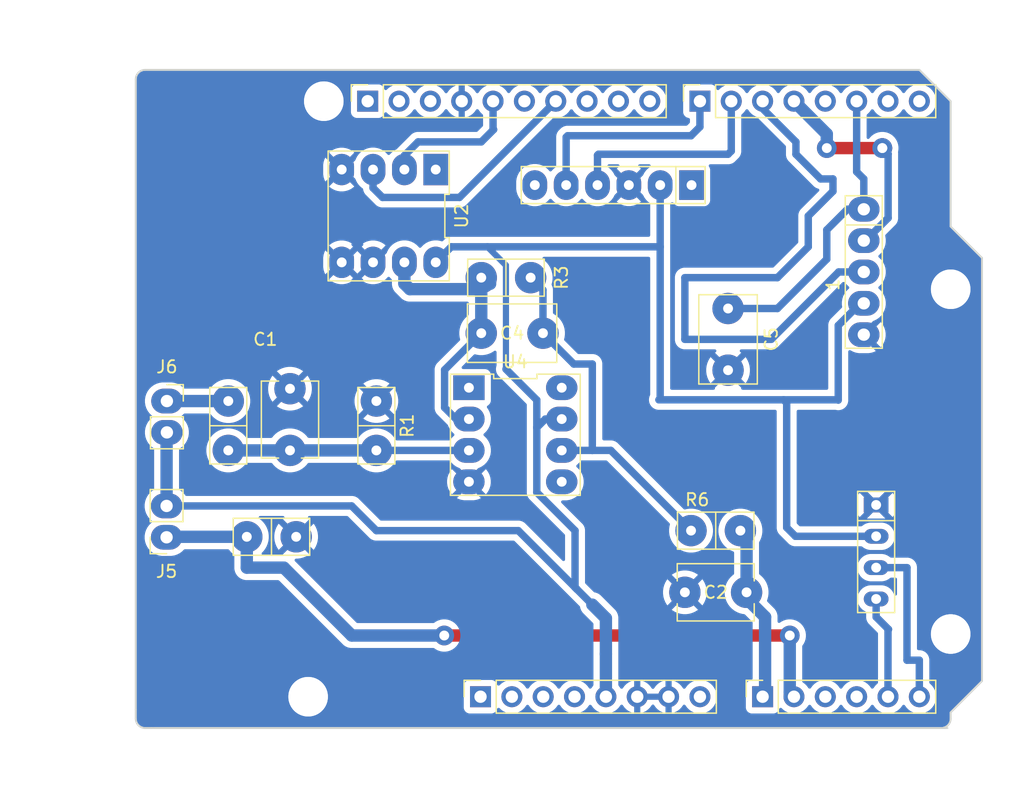
<source format=kicad_pcb>
(kicad_pcb (version 20241229) (generator "pcbnew") (generator_version "9.0")
  (title_block (date "mar. 31 mars 2015"))
  (layers (0 "F.Cu" signal) (2 "B.Cu" signal) (13 "F.Paste" user) (15 "B.Paste" user) (5 "F.SilkS" user "F.Silkscreen") (7 "B.SilkS" user "B.Silkscreen") (1 "F.Mask" user) (3 "B.Mask" user) (25 "Edge.Cuts" user))
  (net 0 "")
  (net 2 "/IOREF")
  (net 3 "AmpOut")
  (net 4 "/A2")
  (net 5 "/A3")
  (net 6 "/12")
  (net 7 "/AREF")
  (net 8 "/8")
  (net 9 "/*9")
  (net 10 "DT")
  (net 11 "CLK")
  (net 12 "SW")
  (net 13 "/TX{slash}1")
  (net 14 "/*3")
  (net 15 "/RX{slash}0")
  (net 16 "+3V3")
  (net 17 "VCC")
  (net 18 "/~{RESET}")
  (net 19 "Net-(C4-Pad2)")
  (net 20 "5V")
  (net 21 "Net-(U4-+)")
  (net 22 "R2")
  (net 23 "SCL")
  (net 24 "SDA")
  (net 25 "A1")
  (net 26 "SI")
  (net 27 "SCK")
  (net 28 "CS")
  (net 29 "Rx")
  (net 30 "Tx")
  (net 31 "Net-(J6-Pin_1)")
  (net 36 "GND")
  (footprint "Connector_PinSocket_2.54mm:PinSocket_1x08_P2.54mm_Vertical" (layer "F.Cu") (at 127.94 97.46 90)
    (property "Reference" "J1" (hide yes))
    (property "Value" "Power")
    (fp_line (start 1.33 -1.33) (end 1.33 0) (stroke (width 0.12)) (layer "F.SilkS"))
    (fp_line (start 0 -1.33) (end 1.33 -1.33) (stroke (width 0.12)) (layer "F.SilkS"))
    (fp_line (start 1.33 1.27) (end 1.33 19.11) (stroke (width 0.12)) (layer "F.SilkS"))
    (fp_line (start -1.33 1.27) (end 1.33 1.27) (stroke (width 0.12)) (layer "F.SilkS"))
    (fp_line (start -1.33 1.27) (end -1.33 19.11) (stroke (width 0.12)) (layer "F.SilkS"))
    (fp_line (start -1.33 19.11) (end 1.33 19.11) (stroke (width 0.12)) (layer "F.SilkS"))
    (pad "1" thru_hole rect (at 0 0 90) (size 1.7 1.7) (drill 1) (layers "*.Cu" "*.Mask"))
    (pad "2" thru_hole oval (at 0 2.54 90) (size 1.7 1.7) (drill 1) (layers "*.Cu" "*.Mask") (net 2 "/IOREF"))
    (pad "3" thru_hole oval (at 0 5.08 90) (size 1.7 1.7) (drill 1) (layers "*.Cu" "*.Mask") (net 18 "/~{RESET}"))
    (pad "4" thru_hole oval (at 0 7.62 90) (size 1.7 1.7) (drill 1) (layers "*.Cu" "*.Mask") (net 16 "+3V3"))
    (pad "5" thru_hole oval (at 0 10.16 90) (size 1.7 1.7) (drill 1) (layers "*.Cu" "*.Mask") (net 20 "5V"))
    (pad "6" thru_hole oval (at 0 12.7 90) (size 1.7 1.7) (drill 1) (layers "*.Cu" "*.Mask") (net 36 "GND"))
    (pad "7" thru_hole oval (at 0 15.24 90) (size 1.7 1.7) (drill 1) (layers "*.Cu" "*.Mask") (net 36 "GND"))
    (pad "8" thru_hole oval (at 0 17.78 90) (size 1.7 1.7) (drill 1) (layers "*.Cu" "*.Mask") (net 17 "VCC"))
  )
  (footprint "Connector_PinSocket_2.54mm:PinSocket_1x06_P2.54mm_Vertical" (layer "F.Cu") (at 150.8 97.46 90)
    (property "Reference" "J2" (hide yes))
    (property "Value" "Analog")
    (fp_line (start 1.33 -1.33) (end 1.33 0) (stroke (width 0.12)) (layer "F.SilkS"))
    (fp_line (start 0 -1.33) (end 1.33 -1.33) (stroke (width 0.12)) (layer "F.SilkS"))
    (fp_line (start 1.33 1.27) (end 1.33 14.03) (stroke (width 0.12)) (layer "F.SilkS"))
    (fp_line (start -1.33 1.27) (end 1.33 1.27) (stroke (width 0.12)) (layer "F.SilkS"))
    (fp_line (start -1.33 1.27) (end -1.33 14.03) (stroke (width 0.12)) (layer "F.SilkS"))
    (fp_line (start -1.33 14.03) (end 1.33 14.03) (stroke (width 0.12)) (layer "F.SilkS"))
    (pad "1" thru_hole rect (at 0 0 90) (size 1.7 1.7) (drill 1) (layers "*.Cu" "*.Mask") (net 3 "AmpOut"))
    (pad "2" thru_hole oval (at 0 2.54 90) (size 1.7 1.7) (drill 1) (layers "*.Cu" "*.Mask") (net 25 "A1"))
    (pad "3" thru_hole oval (at 0 5.08 90) (size 1.7 1.7) (drill 1) (layers "*.Cu" "*.Mask") (net 4 "/A2"))
    (pad "4" thru_hole oval (at 0 7.62 90) (size 1.7 1.7) (drill 1) (layers "*.Cu" "*.Mask") (net 5 "/A3"))
    (pad "5" thru_hole oval (at 0 10.16 90) (size 1.7 1.7) (drill 1) (layers "*.Cu" "*.Mask") (net 24 "SDA"))
    (pad "6" thru_hole oval (at 0 12.7 90) (size 1.7 1.7) (drill 1) (layers "*.Cu" "*.Mask") (net 23 "SCL"))
  )
  (footprint "Connector_PinSocket_2.54mm:PinSocket_1x10_P2.54mm_Vertical" (layer "F.Cu") (at 118.796 49.2 90)
    (property "Reference" "J3" (hide yes))
    (property "Value" "Digital/PWM")
    (fp_line (start 1.33 -1.33) (end 1.33 0) (stroke (width 0.12)) (layer "F.SilkS"))
    (fp_line (start 0 -1.33) (end 1.33 -1.33) (stroke (width 0.12)) (layer "F.SilkS"))
    (fp_line (start 1.33 1.27) (end 1.33 24.19) (stroke (width 0.12)) (layer "F.SilkS"))
    (fp_line (start -1.33 1.27) (end 1.33 1.27) (stroke (width 0.12)) (layer "F.SilkS"))
    (fp_line (start -1.33 1.27) (end -1.33 24.19) (stroke (width 0.12)) (layer "F.SilkS"))
    (fp_line (start -1.33 24.19) (end 1.33 24.19) (stroke (width 0.12)) (layer "F.SilkS"))
    (pad "1" thru_hole rect (at 0 0 90) (size 1.7 1.7) (drill 1) (layers "*.Cu" "*.Mask") (net 23 "SCL"))
    (pad "2" thru_hole oval (at 0 2.54 90) (size 1.7 1.7) (drill 1) (layers "*.Cu" "*.Mask") (net 24 "SDA"))
    (pad "3" thru_hole oval (at 0 5.08 90) (size 1.7 1.7) (drill 1) (layers "*.Cu" "*.Mask") (net 7 "/AREF"))
    (pad "4" thru_hole oval (at 0 7.62 90) (size 1.7 1.7) (drill 1) (layers "*.Cu" "*.Mask") (net 36 "GND"))
    (pad "5" thru_hole oval (at 0 10.16 90) (size 1.7 1.7) (drill 1) (layers "*.Cu" "*.Mask") (net 27 "SCK"))
    (pad "6" thru_hole oval (at 0 12.7 90) (size 1.7 1.7) (drill 1) (layers "*.Cu" "*.Mask") (net 6 "/12"))
    (pad "7" thru_hole oval (at 0 15.24 90) (size 1.7 1.7) (drill 1) (layers "*.Cu" "*.Mask") (net 26 "SI"))
    (pad "8" thru_hole oval (at 0 17.78 90) (size 1.7 1.7) (drill 1) (layers "*.Cu" "*.Mask") (net 28 "CS"))
    (pad "9" thru_hole oval (at 0 20.32 90) (size 1.7 1.7) (drill 1) (layers "*.Cu" "*.Mask") (net 9 "/*9"))
    (pad "10" thru_hole oval (at 0 22.86 90) (size 1.7 1.7) (drill 1) (layers "*.Cu" "*.Mask") (net 8 "/8"))
  )
  (footprint "Connector_PinSocket_2.54mm:PinSocket_1x08_P2.54mm_Vertical" (layer "F.Cu") (at 145.72 49.2 90)
    (property "Reference" "J4" (hide yes))
    (property "Value" "Digital/PWM")
    (fp_line (start 1.33 -1.33) (end 1.33 0) (stroke (width 0.12)) (layer "F.SilkS"))
    (fp_line (start 0 -1.33) (end 1.33 -1.33) (stroke (width 0.12)) (layer "F.SilkS"))
    (fp_line (start 1.33 1.27) (end 1.33 19.11) (stroke (width 0.12)) (layer "F.SilkS"))
    (fp_line (start -1.33 1.27) (end 1.33 1.27) (stroke (width 0.12)) (layer "F.SilkS"))
    (fp_line (start -1.33 1.27) (end -1.33 19.11) (stroke (width 0.12)) (layer "F.SilkS"))
    (fp_line (start -1.33 19.11) (end 1.33 19.11) (stroke (width 0.12)) (layer "F.SilkS"))
    (pad "1" thru_hole rect (at 0 0 90) (size 1.7 1.7) (drill 1) (layers "*.Cu" "*.Mask") (net 29 "Rx"))
    (pad "2" thru_hole oval (at 0 2.54 90) (size 1.7 1.7) (drill 1) (layers "*.Cu" "*.Mask") (net 30 "Tx"))
    (pad "3" thru_hole oval (at 0 5.08 90) (size 1.7 1.7) (drill 1) (layers "*.Cu" "*.Mask") (net 12 "SW"))
    (pad "4" thru_hole oval (at 0 7.62 90) (size 1.7 1.7) (drill 1) (layers "*.Cu" "*.Mask") (net 10 "DT"))
    (pad "5" thru_hole oval (at 0 10.16 90) (size 1.7 1.7) (drill 1) (layers "*.Cu" "*.Mask") (net 14 "/*3"))
    (pad "6" thru_hole oval (at 0 12.7 90) (size 1.7 1.7) (drill 1) (layers "*.Cu" "*.Mask") (net 11 "CLK"))
    (pad "7" thru_hole oval (at 0 15.24 90) (size 1.7 1.7) (drill 1) (layers "*.Cu" "*.Mask") (net 13 "/TX{slash}1"))
    (pad "8" thru_hole oval (at 0 17.78 90) (size 1.7 1.7) (drill 1) (layers "*.Cu" "*.Mask") (net 15 "/RX{slash}0"))
  )
  (footprint "Une_Librairie_d_empreinte:Resistance_Empreinte" (layer "F.Cu") (at 111 84.5)
    (property "Reference" "R7" (hide yes))
    (property "Value" "25K")
    (fp_line (start -3.1 -1.5) (end 3.1 -1.5) (stroke (width 0.12)) (layer "F.SilkS"))
    (fp_line (start -3.1 1.5) (end -3.1 -1.5) (stroke (width 0.12)) (layer "F.SilkS"))
    (fp_line (start 0 -1.5) (end 0 1.5) (stroke (width 0.12)) (layer "F.SilkS"))
    (fp_line (start 3.1 -1.5) (end 3.1 1.5) (stroke (width 0.12)) (layer "F.SilkS"))
    (fp_line (start 3.1 1.5) (end -3.1 1.5) (stroke (width 0.12)) (layer "F.SilkS"))
    (pad "1" thru_hole circle (at -2 0) (size 2.54 2.54) (drill 0.8) (layers "*.Cu" "*.Mask") (net 25 "A1"))
    (pad "2" thru_hole circle (at 2 0) (size 2.54 2.54) (drill 0.8) (layers "*.Cu" "*.Mask") (net 36 "GND"))
  )
  (footprint "Une_Librairie_d_empreinte:C_Disc_D6.0mm_W4.4mm_P5.00mm_Capa_100n_Empreinte" (layer "F.Cu") (at 149.5 89 180)
    (property "Reference" "C2" (at 2.5 0 0) (layer "F.SilkS"))
    (property "Value" "100n")
    (fp_line (start 5.62 0.925) (end 5.62 2.321) (stroke (width 0.12)) (layer "F.SilkS"))
    (fp_line (start 5.62 -2.321) (end 5.62 -0.925) (stroke (width 0.12)) (layer "F.SilkS"))
    (fp_line (start -0.62 2.321) (end 5.62 2.321) (stroke (width 0.12)) (layer "F.SilkS"))
    (fp_line (start -0.62 0.925) (end -0.62 2.321) (stroke (width 0.12)) (layer "F.SilkS"))
    (fp_line (start -0.62 -2.321) (end 5.62 -2.321) (stroke (width 0.12)) (layer "F.SilkS"))
    (fp_line (start -0.62 -2.321) (end -0.62 -0.925) (stroke (width 0.12)) (layer "F.SilkS"))
    (pad "1" thru_hole circle (at 0 0 180) (size 2.54 2.54) (drill 0.8) (layers "*.Cu" "*.Mask") (net 3 "AmpOut"))
    (pad "2" thru_hole circle (at 5 0 180) (size 2.54 2.54) (drill 0.8) (layers "*.Cu" "*.Mask") (net 36 "GND"))
  )
  (footprint "Une_Librairie_d_empreinte:Oled_Empreinte" (layer "F.Cu") (at 160 85.73 -90)
    (property "Reference" "DS1" (hide yes))
    (property "Value" "OLED" (hide yes))
    (fp_line (start -4.91 1.5) (end -4.91 -1.5) (stroke (width 0.12)) (layer "F.SilkS"))
    (fp_line (start 4.91 1.5) (end -4.91 1.5) (stroke (width 0.12)) (layer "F.SilkS"))
    (fp_line (start -4.91 -1.5) (end 4.91 -1.5) (stroke (width 0.12)) (layer "F.SilkS"))
    (fp_line (start -2.54 -1.5) (end -2.54 1.5) (stroke (width 0.12)) (layer "F.SilkS"))
    (fp_line (start 4.91 -1.5) (end 4.91 1.5) (stroke (width 0.12)) (layer "F.SilkS"))
    (pad "1" thru_hole rect (at -3.81 0 270) (size 1.2 2) (drill 0.8) (layers "*.Cu" "*.Mask") (net 36 "GND"))
    (pad "2" thru_hole oval (at -1.27 0 270) (size 1.2 2) (drill 0.8) (layers "*.Cu" "*.Mask") (net 20 "5V"))
    (pad "3" thru_hole oval (at 1.27 0 270) (size 1.2 2) (drill 0.8) (layers "*.Cu" "*.Mask") (net 23 "SCL"))
    (pad "4" thru_hole oval (at 3.81 0 270) (size 1.2 2) (drill 0.8) (layers "*.Cu" "*.Mask") (net 24 "SDA"))
  )
  (footprint "Une_Librairie_d_empreinte:Blutooth_Empreinte" (layer "F.Cu") (at 138.69 56 180)
    (property "Reference" "U1" (hide yes))
    (property "Value" "HC05" (hide yes))
    (fp_line (start 7.45 1.5) (end -7.45 1.5) (stroke (width 0.12)) (layer "F.SilkS"))
    (fp_line (start 7.45 -1.5) (end 7.45 1.5) (stroke (width 0.12)) (layer "F.SilkS"))
    (fp_line (start -5.08 -1.5) (end -5.08 1.5) (stroke (width 0.12)) (layer "F.SilkS"))
    (fp_line (start -7.45 1.5) (end -7.45 -1.5) (stroke (width 0.12)) (layer "F.SilkS"))
    (fp_line (start -7.45 -1.5) (end 7.45 -1.5) (stroke (width 0.12)) (layer "F.SilkS"))
    (pad "1" thru_hole rect (at -6.35 0 180) (size 2 2.4) (drill 0.8) (layers "*.Cu" "*.Mask"))
    (pad "2" thru_hole oval (at -3.81 0 180) (size 2 2.4) (drill 0.8) (layers "*.Cu" "*.Mask") (net 20 "5V"))
    (pad "3" thru_hole oval (at -1.27 0 180) (size 2 2.4) (drill 0.8) (layers "*.Cu" "*.Mask") (net 36 "GND"))
    (pad "4" thru_hole oval (at 1.27 0 180) (size 2 2.4) (drill 0.8) (layers "*.Cu" "*.Mask") (net 30 "Tx"))
    (pad "5" thru_hole oval (at 3.81 0 180) (size 2 2.4) (drill 0.8) (layers "*.Cu" "*.Mask") (net 29 "Rx"))
    (pad "6" thru_hole oval (at 6.35 0 180) (size 2 2.4) (drill 0.8) (layers "*.Cu" "*.Mask"))
  )
  (footprint "Une_Librairie_d_empreinte:Resistance_Empreinte" (layer "F.Cu") (at 147 84)
    (property "Reference" "R6" (at -1.5 -2.5 0) (layer "F.SilkS"))
    (property "Value" "1K")
    (fp_line (start -3.1 -1.5) (end 3.1 -1.5) (stroke (width 0.12)) (layer "F.SilkS"))
    (fp_line (start -3.1 1.5) (end -3.1 -1.5) (stroke (width 0.12)) (layer "F.SilkS"))
    (fp_line (start 0 -1.5) (end 0 1.5) (stroke (width 0.12)) (layer "F.SilkS"))
    (fp_line (start 3.1 -1.5) (end 3.1 1.5) (stroke (width 0.12)) (layer "F.SilkS"))
    (fp_line (start 3.1 1.5) (end -3.1 1.5) (stroke (width 0.12)) (layer "F.SilkS"))
    (pad "1" thru_hole circle (at -2 0) (size 2.54 2.54) (drill 0.8) (layers "*.Cu" "*.Mask") (net 19 "Net-(C4-Pad2)"))
    (pad "2" thru_hole circle (at 2 0) (size 2.54 2.54) (drill 0.8) (layers "*.Cu" "*.Mask") (net 3 "AmpOut"))
  )
  (footprint "Une_Librairie_d_empreinte:PinSocket_1x02_P2.54mm_Vertical_Modifié" (layer "F.Cu") (at 102.525 73.5)
    (property "Reference" "J6" (at 0 -2.77 0) (layer "F.SilkS"))
    (property "Value" "Conn_01x02")
    (fp_line (start -1.33 1.27) (end -1.33 3.87) (stroke (width 0.12)) (layer "F.SilkS"))
    (fp_line (start -1.33 1.27) (end 1.33 1.27) (stroke (width 0.12)) (layer "F.SilkS"))
    (fp_line (start -1.33 3.87) (end 1.33 3.87) (stroke (width 0.12)) (layer "F.SilkS"))
    (fp_line (start 0 -1.33) (end 1.33 -1.33) (stroke (width 0.12)) (layer "F.SilkS"))
    (fp_line (start 1.33 -1.33) (end 1.33 0) (stroke (width 0.12)) (layer "F.SilkS"))
    (fp_line (start 1.33 1.27) (end 1.33 3.87) (stroke (width 0.12)) (layer "F.SilkS"))
    (pad "1" thru_hole oval (at 0 0) (size 2.54 2) (drill 1) (layers "*.Cu" "*.Mask") (net 31 "Net-(J6-Pin_1)"))
    (pad "2" thru_hole oval (at 0 2.54) (size 2.54 2) (drill 1) (layers "*.Cu" "*.Mask") (net 20 "5V"))
  )
  (footprint "Une_Librairie_d_empreinte:Potentiometre MCP41050" (layer "F.Cu") (at 130.76 76.23 -90)
    (property "Reference" "U4" (at -5.91 0 0) (layer "F.SilkS"))
    (property "Value" "LTC1050")
    (fp_line (start -4.91 5.26) (end 4.91 5.26) (stroke (width 0.12)) (layer "F.SilkS"))
    (fp_line (start 4.91 5.26) (end 4.91 -5.26) (stroke (width 0.12)) (layer "F.SilkS"))
    (fp_line (start -4.91 1.753333) (end -4.91 5.26) (stroke (width 0.12)) (layer "F.SilkS"))
    (fp_line (start -4.55 1.753333) (end -4.91 1.753333) (stroke (width 0.12)) (layer "F.SilkS"))
    (fp_line (start -4.91 -1.753333) (end -4.55 -1.753333) (stroke (width 0.12)) (layer "F.SilkS"))
    (fp_line (start -4.55 -1.753333) (end -4.55 1.753333) (stroke (width 0.12)) (layer "F.SilkS"))
    (fp_line (start -4.91 -5.26) (end -4.91 -1.753333) (stroke (width 0.12)) (layer "F.SilkS"))
    (fp_line (start 4.91 -5.26) (end -4.91 -5.26) (stroke (width 0.12)) (layer "F.SilkS"))
    (pad "1" thru_hole rect (at -3.81 3.76 270) (size 2 2.54) (drill 0.8) (layers "*.Cu" "*.Mask"))
    (pad "2" thru_hole oval (at -1.27 3.76 270) (size 2 2.54) (drill 0.8) (layers "*.Cu" "*.Mask") (net 22 "R2"))
    (pad "3" thru_hole oval (at 1.27 3.76 270) (size 2 2.54) (drill 0.8) (layers "*.Cu" "*.Mask") (net 21 "Net-(U4-+)"))
    (pad "4" thru_hole oval (at 3.81 3.76 270) (size 2 2.54) (drill 0.8) (layers "*.Cu" "*.Mask") (net 36 "GND"))
    (pad "5" thru_hole oval (at 3.81 -3.76 270) (size 2 2.54) (drill 0.8) (layers "*.Cu" "*.Mask"))
    (pad "6" thru_hole oval (at 1.27 -3.76 270) (size 2 2.54) (drill 0.8) (layers "*.Cu" "*.Mask") (net 19 "Net-(C4-Pad2)"))
    (pad "7" thru_hole oval (at -1.27 -3.76 270) (size 2 2.54) (drill 0.8) (layers "*.Cu" "*.Mask") (net 20 "5V"))
    (pad "8" thru_hole oval (at -3.81 -3.76 270) (size 2 2.54) (drill 0.8) (layers "*.Cu" "*.Mask"))
  )
  (footprint "Une_Librairie_d_empreinte:C_Rect_L7.0mm_W4.5mm_P5.00mm_Capa_1µ_Empreinte" (layer "F.Cu") (at 128 68)
    (property "Reference" "C4" (at 2.5 0 0) (layer "F.SilkS"))
    (property "Value" "1µ")
    (fp_line (start -1.12 -2.37) (end -1.12 2.37) (stroke (width 0.12)) (layer "F.SilkS"))
    (fp_line (start -1.12 -2.37) (end 6.12 -2.37) (stroke (width 0.12)) (layer "F.SilkS"))
    (fp_line (start -1.12 2.37) (end 6.12 2.37) (stroke (width 0.12)) (layer "F.SilkS"))
    (fp_line (start 6.12 -2.37) (end 6.12 2.37) (stroke (width 0.12)) (layer "F.SilkS"))
    (pad "1" thru_hole circle (at 0 0) (size 2.54 2.54) (drill 0.8) (layers "*.Cu" "*.Mask") (net 22 "R2"))
    (pad "2" thru_hole circle (at 5 0) (size 2.54 2.54) (drill 0.8) (layers "*.Cu" "*.Mask") (net 19 "Net-(C4-Pad2)"))
  )
  (footprint "Arduino_MountingHole:MountingHole_3.2mm" (layer "F.Cu") (at 115.24 49.2)
    (property "Reference" "MH1" (hide yes))
    (property "Value" "MountingHole_3.2mm" (hide yes))
    (pad "" np_thru_hole circle (at 0 0) (size 3.2 3.2) (drill 3.2) (layers "*.Cu" "*.Mask"))
  )
  (footprint "Une_Librairie_d_empreinte:Resistance_Empreinte" (layer "F.Cu") (at 107.5 75.5 -90)
    (property "Reference" "R5" (hide yes))
    (property "Value" "10K")
    (fp_line (start -3.1 1.5) (end -3.1 -1.5) (stroke (width 0.12)) (layer "F.SilkS"))
    (fp_line (start 3.1 1.5) (end -3.1 1.5) (stroke (width 0.12)) (layer "F.SilkS"))
    (fp_line (start -3.1 -1.5) (end 3.1 -1.5) (stroke (width 0.12)) (layer "F.SilkS"))
    (fp_line (start 0 -1.5) (end 0 1.5) (stroke (width 0.12)) (layer "F.SilkS"))
    (fp_line (start 3.1 -1.5) (end 3.1 1.5) (stroke (width 0.12)) (layer "F.SilkS"))
    (pad "1" thru_hole circle (at -2 0 270) (size 2.54 2.54) (drill 0.8) (layers "*.Cu" "*.Mask") (net 31 "Net-(J6-Pin_1)"))
    (pad "2" thru_hole circle (at 2 0 270) (size 2.54 2.54) (drill 0.8) (layers "*.Cu" "*.Mask") (net 21 "Net-(U4-+)"))
  )
  (footprint "Une_Librairie_d_empreinte:Resistance_Empreinte" (layer "F.Cu") (at 130 63.5)
    (property "Reference" "R3" (at 4.5 0 270) (layer "F.SilkS"))
    (property "Value" "100k")
    (fp_line (start -3.1 -1.5) (end 3.1 -1.5) (stroke (width 0.12)) (layer "F.SilkS"))
    (fp_line (start -3.1 1.5) (end -3.1 -1.5) (stroke (width 0.12)) (layer "F.SilkS"))
    (fp_line (start 0 -1.5) (end 0 1.5) (stroke (width 0.12)) (layer "F.SilkS"))
    (fp_line (start 3.1 -1.5) (end 3.1 1.5) (stroke (width 0.12)) (layer "F.SilkS"))
    (fp_line (start 3.1 1.5) (end -3.1 1.5) (stroke (width 0.12)) (layer "F.SilkS"))
    (pad "1" thru_hole circle (at -2 0) (size 2.54 2.54) (drill 0.8) (layers "*.Cu" "*.Mask") (net 22 "R2"))
    (pad "2" thru_hole circle (at 2 0) (size 2.54 2.54) (drill 0.8) (layers "*.Cu" "*.Mask") (net 19 "Net-(C4-Pad2)"))
  )
  (footprint "Une_Librairie_d_empreinte:PinSocket_1x02_P2.54mm_Vertical_Modifié" (layer "F.Cu") (at 102.5 84.54 180)
    (property "Reference" "J5" (at 0 -2.77 180) (layer "F.SilkS"))
    (property "Value" "Conn_01x02")
    (fp_line (start 1.33 1.27) (end 1.33 3.87) (stroke (width 0.12)) (layer "F.SilkS"))
    (fp_line (start 1.33 -1.33) (end 1.33 0) (stroke (width 0.12)) (layer "F.SilkS"))
    (fp_line (start 0 -1.33) (end 1.33 -1.33) (stroke (width 0.12)) (layer "F.SilkS"))
    (fp_line (start -1.33 3.87) (end 1.33 3.87) (stroke (width 0.12)) (layer "F.SilkS"))
    (fp_line (start -1.33 1.27) (end 1.33 1.27) (stroke (width 0.12)) (layer "F.SilkS"))
    (fp_line (start -1.33 1.27) (end -1.33 3.87) (stroke (width 0.12)) (layer "F.SilkS"))
    (pad "1" thru_hole oval (at 0 0 180) (size 2.54 2) (drill 1) (layers "*.Cu" "*.Mask") (net 25 "A1"))
    (pad "2" thru_hole oval (at 0 2.54 180) (size 2.54 2) (drill 1) (layers "*.Cu" "*.Mask") (net 20 "5V"))
  )
  (footprint "Une_Librairie_d_empreinte:C_Rect_L7.0mm_W4.5mm_P5.00mm_Capa_1µ_Empreinte" (layer "F.Cu") (at 148 66 -90)
    (property "Reference" "C5" (at 2.5 -3.5 90) (layer "F.SilkS"))
    (property "Value" "1µ")
    (fp_line (start -1.12 2.37) (end 6.12 2.37) (stroke (width 0.12)) (layer "F.SilkS"))
    (fp_line (start -1.12 -2.37) (end -1.12 2.37) (stroke (width 0.12)) (layer "F.SilkS"))
    (fp_line (start -1.12 -2.37) (end 6.12 -2.37) (stroke (width 0.12)) (layer "F.SilkS"))
    (fp_line (start 6.12 -2.37) (end 6.12 2.37) (stroke (width 0.12)) (layer "F.SilkS"))
    (pad "1" thru_hole circle (at 0 0 270) (size 2.54 2.54) (drill 0.8) (layers "*.Cu" "*.Mask") (net 11 "CLK"))
    (pad "2" thru_hole circle (at 5 0 270) (size 2.54 2.54) (drill 0.8) (layers "*.Cu" "*.Mask") (net 36 "GND"))
  )
  (footprint "Une_Librairie_d_empreinte:Resistance_Empreinte" (layer "F.Cu") (at 119.5 75.5 90)
    (property "Reference" "R1" (at 0 2.5 90) (layer "F.SilkS"))
    (property "Value" "100k")
    (fp_line (start 3.1 -1.5) (end 3.1 1.5) (stroke (width 0.12)) (layer "F.SilkS"))
    (fp_line (start 0 -1.5) (end 0 1.5) (stroke (width 0.12)) (layer "F.SilkS"))
    (fp_line (start -3.1 -1.5) (end 3.1 -1.5) (stroke (width 0.12)) (layer "F.SilkS"))
    (fp_line (start 3.1 1.5) (end -3.1 1.5) (stroke (width 0.12)) (layer "F.SilkS"))
    (fp_line (start -3.1 1.5) (end -3.1 -1.5) (stroke (width 0.12)) (layer "F.SilkS"))
    (pad "1" thru_hole circle (at -2 0 90) (size 2.54 2.54) (drill 0.8) (layers "*.Cu" "*.Mask") (net 21 "Net-(U4-+)"))
    (pad "2" thru_hole circle (at 2 0 90) (size 2.54 2.54) (drill 0.8) (layers "*.Cu" "*.Mask") (net 36 "GND"))
  )
  (footprint "Une_Librairie_d_empreinte:Potentiometre MCP41050" (layer "F.Cu") (at 120.5 58.5 180)
    (property "Reference" "U2" (at -5.91 0 90) (layer "F.SilkS"))
    (property "Value" "MCP41050")
    (fp_line (start 4.91 5.26) (end 4.91 -5.26) (stroke (width 0.12)) (layer "F.SilkS"))
    (fp_line (start 4.91 -5.26) (end -4.91 -5.26) (stroke (width 0.12)) (layer "F.SilkS"))
    (fp_line (start -4.55 1.753333) (end -4.91 1.753333) (stroke (width 0.12)) (layer "F.SilkS"))
    (fp_line (start -4.55 -1.753333) (end -4.55 1.753333) (stroke (width 0.12)) (layer "F.SilkS"))
    (fp_line (start -4.91 5.26) (end 4.91 5.26) (stroke (width 0.12)) (layer "F.SilkS"))
    (fp_line (start -4.91 1.753333) (end -4.91 5.26) (stroke (width 0.12)) (layer "F.SilkS"))
    (fp_line (start -4.91 -1.753333) (end -4.55 -1.753333) (stroke (width 0.12)) (layer "F.SilkS"))
    (fp_line (start -4.91 -5.26) (end -4.91 -1.753333) (stroke (width 0.12)) (layer "F.SilkS"))
    (pad "1" thru_hole rect (at -3.81 3.76 180) (size 2 2.54) (drill 0.8) (layers "*.Cu" "*.Mask") (net 28 "CS"))
    (pad "2" thru_hole oval (at -1.27 3.76 180) (size 2 2.54) (drill 0.8) (layers "*.Cu" "*.Mask") (net 27 "SCK"))
    (pad "3" thru_hole oval (at 1.27 3.76 180) (size 2 2.54) (drill 0.8) (layers "*.Cu" "*.Mask") (net 26 "SI"))
    (pad "4" thru_hole oval (at 3.81 3.76 180) (size 2 2.54) (drill 0.8) (layers "*.Cu" "*.Mask") (net 36 "GND"))
    (pad "5" thru_hole oval (at 3.81 -3.76 180) (size 2 2.54) (drill 0.8) (layers "*.Cu" "*.Mask") (net 36 "GND"))
    (pad "6" thru_hole oval (at 1.27 -3.76 180) (size 2 2.54) (drill 0.8) (layers "*.Cu" "*.Mask") (net 36 "GND"))
    (pad "7" thru_hole oval (at -1.27 -3.76 180) (size 2 2.54) (drill 0.8) (layers "*.Cu" "*.Mask") (net 22 "R2"))
    (pad "8" thru_hole oval (at -3.81 -3.76 180) (size 2 2.54) (drill 0.8) (layers "*.Cu" "*.Mask") (net 20 "5V"))
  )
  (footprint "Arduino_MountingHole:MountingHole_3.2mm" (layer "F.Cu") (at 113.97 97.46)
    (property "Reference" "MH2" (hide yes))
    (property "Value" "MountingHole_3.2mm" (hide yes))
    (pad "" np_thru_hole circle (at 0 0) (size 3.2 3.2) (drill 3.2) (layers "*.Cu" "*.Mask"))
  )
  (footprint "Arduino_MountingHole:MountingHole_3.2mm" (layer "F.Cu") (at 166.04 64.44)
    (property "Reference" "MH3" (hide yes))
    (property "Value" "MountingHole_3.2mm" (hide yes))
    (pad "" np_thru_hole circle (at 0 0) (size 3.2 3.2) (drill 3.2) (layers "*.Cu" "*.Mask"))
  )
  (footprint "Une_Librairie_d_empreinte:Rotatoire_KEY-040_Empreinte" (layer "F.Cu") (at 159 63.04 -90)
    (property "Reference" "1" (at 1.04 2.5 90) (layer "F.SilkS"))
    (property "Value" "Rotatoire_KY-040")
    (fp_line (start -6.18 1.5) (end -6.18 -1.5) (stroke (width 0.12)) (layer "F.SilkS"))
    (fp_line (start 6.18 1.5) (end -6.18 1.5) (stroke (width 0.12)) (layer "F.SilkS"))
    (fp_line (start -6.18 -1.5) (end 6.18 -1.5) (stroke (width 0.12)) (layer "F.SilkS"))
    (fp_line (start -3.81 -1.5) (end -3.81 1.5) (stroke (width 0.12)) (layer "F.SilkS"))
    (fp_line (start 6.18 -1.5) (end 6.18 1.5) (stroke (width 0.12)) (layer "F.SilkS"))
    (pad "1" thru_hole oval (at -5.08 0 270) (size 2 2.54) (drill 1) (layers "*.Cu" "*.Mask") (net 11 "CLK"))
    (pad "2" thru_hole oval (at -2.54 0 270) (size 2 2.54) (drill 1) (layers "*.Cu" "*.Mask") (net 10 "DT"))
    (pad "3" thru_hole oval (at 0 0 270) (size 2 2.54) (drill 1) (layers "*.Cu" "*.Mask") (net 12 "SW"))
    (pad "4" thru_hole oval (at 2.54 0 270) (size 2 2.54) (drill 1) (layers "*.Cu" "*.Mask") (net 20 "5V"))
    (pad "5" thru_hole oval (at 5.08 0 270) (size 2 2.54) (drill 1) (layers "*.Cu" "*.Mask") (net 36 "GND"))
  )
  (footprint "Arduino_MountingHole:MountingHole_3.2mm" (layer "F.Cu") (at 166.04 92.38)
    (property "Reference" "MH4" (hide yes))
    (property "Value" "MountingHole_3.2mm" (hide yes))
    (pad "" np_thru_hole circle (at 0 0) (size 3.2 3.2) (drill 3.2) (layers "*.Cu" "*.Mask"))
  )
  (footprint "Une_Librairie_d_empreinte:C_Disc_D6.0mm_W4.4mm_P5.00mm_Capa_100n_Empreinte" (layer "F.Cu") (at 112.5 77.5 90)
    (property "Reference" "C1" (at 9 -2 180) (layer "F.SilkS"))
    (property "Value" "100n")
    (fp_line (start 5.62 -2.321) (end 5.62 -0.925) (stroke (width 0.12)) (layer "F.SilkS"))
    (fp_line (start -0.62 -2.321) (end 5.62 -2.321) (stroke (width 0.12)) (layer "F.SilkS"))
    (fp_line (start -0.62 -2.321) (end -0.62 -0.925) (stroke (width 0.12)) (layer "F.SilkS"))
    (fp_line (start 5.62 0.925) (end 5.62 2.321) (stroke (width 0.12)) (layer "F.SilkS"))
    (fp_line (start -0.62 0.925) (end -0.62 2.321) (stroke (width 0.12)) (layer "F.SilkS"))
    (fp_line (start -0.62 2.321) (end 5.62 2.321) (stroke (width 0.12)) (layer "F.SilkS"))
    (pad "1" thru_hole circle (at 0 0 90) (size 2.54 2.54) (drill 0.8) (layers "*.Cu" "*.Mask") (net 21 "Net-(U4-+)"))
    (pad "2" thru_hole circle (at 5 0 90) (size 2.54 2.54) (drill 0.8) (layers "*.Cu" "*.Mask") (net 36 "GND"))
  )
  (gr_line (start 166.04 59.36) (end 168.58 61.9) (stroke (width 0.15)) (layer "Edge.Cuts"))
  (gr_line (start 100.000001 99.237999) (end 100 98.5) (stroke (width 0.15)) (layer "Edge.Cuts"))
  (gr_line (start 168.58 61.9) (end 168.58 96.19) (stroke (width 0.15)) (layer "Edge.Cuts"))
  (gr_line (start 165.778 100) (end 101.262 100) (stroke (width 0.15)) (layer "Edge.Cuts"))
  (gr_line (start 100.762 46.66) (end 163.5 46.66) (stroke (width 0.15)) (layer "Edge.Cuts"))
  (gr_line (start 100 47.422) (end 100 98.5) (stroke (width 0.15)) (layer "Edge.Cuts"))
  (gr_line (start 100.762 100) (end 101.5 100) (stroke (width 0.15)) (layer "Edge.Cuts"))
  (gr_line (start 168.58 96.19) (end 166.04 98.73) (stroke (width 0.15)) (layer "Edge.Cuts"))
  (gr_arc (start 100.762 100) (mid 100.223184 99.776815) (end 99.999999 99.237999) (stroke (width 0.15)) (layer "Edge.Cuts"))
  (gr_line (start 163.5 46.66) (end 166.04 49.2) (stroke (width 0.15)) (layer "Edge.Cuts"))
  (gr_arc (start 166.04 99.238) (mid 165.816815 99.776815) (end 165.278 100) (stroke (width 0.15)) (layer "Edge.Cuts"))
  (gr_line (start 101.262 100) (end 100.762 100) (stroke (width 0.15)) (layer "Edge.Cuts"))
  (gr_line (start 166.04 49.2) (end 166.04 59.36) (stroke (width 0.15)) (layer "Edge.Cuts"))
  (gr_line (start 166.04 98.73) (end 166.04 99.238) (stroke (width 0.15)) (layer "Edge.Cuts"))
  (gr_arc (start 100 47.422) (mid 100.223185 46.883185) (end 100.762 46.66) (stroke (width 0.15)) (layer "Edge.Cuts"))
  (segment (start 151 91) (end 151 97.26) (width 1) (layer "B.Cu") (net 3))
  (segment (start 149 89) (end 149.5 89.5) (width 1) (layer "B.Cu") (net 3))
  (segment (start 149.5 89.5) (end 151 91) (width 1) (layer "B.Cu") (net 3))
  (segment (start 149.5 89) (end 149.5 84.5) (width 1) (layer "B.Cu") (net 3))
  (segment (start 151 97.26) (end 150.8 97.46) (width 1) (layer "B.Cu") (net 3))
  (segment (start 149.5 84.5) (end 149 84) (width 1) (layer "B.Cu") (net 3))
  (segment (start 160.5 53) (end 156 53) (width 1) (layer "F.Cu") (net 10))
  (via (at 156 53) (size 1.6) (drill 0.8) (layers "F.Cu" "B.Cu") (net 10))
  (via (at 160.5 53) (size 1.6) (drill 0.8) (layers "F.Cu" "B.Cu") (net 10))
  (via (at 160.5 53) (size 1.6) (drill 0.8) (layers "F.Cu" "B.Cu") (net 10))
  (segment (start 156 51.86) (end 153.34 49.2) (width 1) (layer "B.Cu") (net 10))
  (segment (start 159 60.5) (end 159.135577 60.5) (width 0.6) (layer "B.Cu") (net 10))
  (segment (start 156 53) (end 156 51.86) (width 1) (layer "B.Cu") (net 10))
  (segment (start 160.971 53.471) (end 160.5 53) (width 0.6) (layer "B.Cu") (net 10))
  (segment (start 159.135577 60.5) (end 160.971 58.664577) (width 0.6) (layer "B.Cu") (net 10))
  (segment (start 160.971 58.664577) (end 160.971 53.471) (width 0.6) (layer "B.Cu") (net 10))
  (segment (start 159 55.5) (end 159 57.96) (width 0.6) (layer "B.Cu") (net 11))
  (segment (start 156 62) (end 152 66) (width 0.6) (layer "B.Cu") (net 11))
  (segment (start 157.67 57.96) (end 156 59.63) (width 0.6) (layer "B.Cu") (net 11))
  (segment (start 158.42 54.92) (end 159 55.5) (width 0.6) (layer "B.Cu") (net 11))
  (segment (start 159 57.96) (end 157.67 57.96) (width 0.6) (layer "B.Cu") (net 11))
  (segment (start 156 59.63) (end 156 62) (width 0.6) (layer "B.Cu") (net 11))
  (segment (start 152 66) (end 148 66) (width 0.6) (layer "B.Cu") (net 11))
  (segment (start 158.42 49.2) (end 158.42 54.92) (width 0.6) (layer "B.Cu") (net 11))
  (segment (start 156.5 56.5) (end 156.5 55.5) (width 0.6) (layer "B.Cu") (net 12))
  (segment (start 154.5 58.5) (end 156.5 56.5) (width 0.6) (layer "B.Cu") (net 12))
  (segment (start 153.5 53.5) (end 153.5 52.5) (width 0.6) (layer "B.Cu") (net 12))
  (segment (start 152 63.5) (end 154.5 61) (width 0.6) (layer "B.Cu") (net 12))
  (segment (start 156.5 55.5) (end 155.5 55.5) (width 0.6) (layer "B.Cu") (net 12))
  (segment (start 151.5 68.5) (end 144.5 68.5) (width 0.6) (layer "B.Cu") (net 12))
  (segment (start 153.5 52.5) (end 150.5 49.5) (width 0.6) (layer "B.Cu") (net 12))
  (segment (start 150.5 49.5) (end 150.8 49.2) (width 0.6) (layer "B.Cu") (net 12))
  (segment (start 144.5 63.5) (end 152 63.5) (width 0.6) (layer "B.Cu") (net 12))
  (segment (start 155.5 55.5) (end 153.5 53.5) (width 0.6) (layer "B.Cu") (net 12))
  (segment (start 156.96 63.04) (end 151.5 68.5) (width 0.6) (layer "B.Cu") (net 12))
  (segment (start 159 63.04) (end 156.96 63.04) (width 0.6) (layer "B.Cu") (net 12))
  (segment (start 144.5 68.5) (end 144.5 63.5) (width 0.6) (layer "B.Cu") (net 12))
  (segment (start 154.5 61) (end 154.5 58.5) (width 0.6) (layer "B.Cu") (net 12))
  (segment (start 145 84) (end 138.5 77.5) (width 0.6) (layer "B.Cu") (net 19))
  (segment (start 138.5 77.5) (end 137 77.5) (width 0.6) (layer "B.Cu") (net 19))
  (segment (start 133 64.5) (end 132 63.5) (width 0.6) (layer "B.Cu") (net 19))
  (segment (start 137 70.5) (end 135.5 70.5) (width 0.6) (layer "B.Cu") (net 19))
  (segment (start 137 77.5) (end 134.52 77.5) (width 0.6) (layer "B.Cu") (net 19))
  (segment (start 135.5 70.5) (end 133 68) (width 0.6) (layer "B.Cu") (net 19))
  (segment (start 133 68) (end 133 64.5) (width 0.6) (layer "B.Cu") (net 19))
  (segment (start 137 77.5) (end 137 70.5) (width 0.6) (layer "B.Cu") (net 19))
  (segment (start 138 97.36) (end 138.1 97.46) (width 1) (layer "F.Cu") (net 20))
  (segment (start 153.46 84.46) (end 160 84.46) (width 0.6) (layer "B.Cu") (net 20))
  (segment (start 132.5 73.415) (end 130 70.915) (width 0.6) (layer "B.Cu") (net 20))
  (segment (start 142.5 56) (end 142.5 61) (width 0.6) (layer "B.Cu") (net 20))
  (segment (start 131 84) (end 135.75 88.75) (width 0.6) (layer "B.Cu") (net 20))
  (segment (start 132.5 80.900578) (end 132.5 75.65) (width 0.6) (layer "B.Cu") (net 20))
  (segment (start 119.5 84) (end 131 84) (width 0.6) (layer "B.Cu") (net 20))
  (segment (start 142.5 73.298516) (end 142.399258 73.399258) (width 0.6) (layer "B.Cu") (net 20))
  (segment (start 102.5 76.065) (end 102.525 76.04) (width 1) (layer "B.Cu") (net 20))
  (segment (start 156.899258 73.399258) (end 152.5 73.399258) (width 0.6) (layer "B.Cu") (net 20))
  (segment (start 152.5 73.399258) (end 142.399258 73.399258) (width 0.6) (layer "B.Cu") (net 20))
  (segment (start 102.5 82) (end 102.5 76.065) (width 1) (layer "B.Cu") (net 20))
  (segment (start 125.57 61) (end 128.5 61) (width 0.6) (layer "B.Cu") (net 20))
  (segment (start 128.5 61) (end 142.5 61) (width 0.6) (layer "B.Cu") (net 20))
  (segment (start 117.5 82) (end 119.5 84) (width 0.6) (layer "B.Cu") (net 20))
  (segment (start 158.723001 65.58) (end 156.929 67.374001) (width 0.6) (layer "B.Cu") (net 20))
  (segment (start 152.75 73.649258) (end 152.5 73.399258) (width 0.6) (layer "B.Cu") (net 20))
  (segment (start 132.5 75.65) (end 132.5 73.415) (width 0.6) (layer "B.Cu") (net 20))
  (segment (start 135.599422 88.599422) (end 135.599422 84) (width 0.6) (layer "B.Cu") (net 20))
  (segment (start 138.1 97.46) (end 138.1 94) (width 1) (layer "B.Cu") (net 20))
  (segment (start 152.75 83.75) (end 152.75 73.649258) (width 0.6) (layer "B.Cu") (net 20))
  (segment (start 135.75 88.75) (end 135.599422 88.599422) (width 0.6) (layer "B.Cu") (net 20))
  (segment (start 138.1 91.1) (end 137 90) (width 1) (layer "B.Cu") (net 20))
  (segment (start 124.31 62.26) (end 125.57 61) (width 0.6) (layer "B.Cu") (net 20))
  (segment (start 102.5 82) (end 117.5 82) (width 0.6) (layer "B.Cu") (net 20))
  (segment (start 130 70.915) (end 130 62.5) (width 0.5) (layer "B.Cu") (net 20))
  (segment (start 135.599422 84) (end 132.5 80.900578) (width 0.6) (layer "B.Cu") (net 20))
  (segment (start 135.75 88.75) (end 137 90) (width 0.6) (layer "B.Cu") (net 20))
  (segment (start 142.5 61) (end 142.5 73.298516) (width 0.6) (layer "B.Cu") (net 20))
  (segment (start 130 62.5) (end 128.5 61) (width 0.5) (layer "B.Cu") (net 20))
  (segment (start 138.1 94) (end 138.1 91.1) (width 1) (layer "B.Cu") (net 20))
  (segment (start 153.46 84.46) (end 152.75 83.75) (width 0.6) (layer "B.Cu") (net 20))
  (segment (start 156.929 67.374001) (end 156.929 73.429) (width 0.6) (layer "B.Cu") (net 20))
  (segment (start 159 65.58) (end 158.723001 65.58) (width 0.6) (layer "B.Cu") (net 20))
  (segment (start 133.19 74.96) (end 134.52 74.96) (width 0.6) (layer "B.Cu") (net 20))
  (segment (start 132.5 75.65) (end 133.19 74.96) (width 0.6) (layer "B.Cu") (net 20))
  (segment (start 127 77.5) (end 119.5 77.5) (width 0.6) (layer "B.Cu") (net 21))
  (segment (start 126.425 77.5) (end 126.695 77.77) (width 1) (layer "B.Cu") (net 21))
  (segment (start 112.5 77.5) (end 119.5 77.5) (width 1) (layer "B.Cu") (net 21))
  (segment (start 107.5 77.5) (end 112.5 77.5) (width 1) (layer "B.Cu") (net 21))
  (segment (start 127.569 64.431) (end 122.211 64.431) (width 1) (layer "B.Cu") (net 22))
  (segment (start 128 68) (end 128 64) (width 1) (layer "B.Cu") (net 22))
  (segment (start 125.96 74.96) (end 127 74.96) (width 0.6) (layer "B.Cu") (net 22))
  (segment (start 128 64) (end 128.71842 64) (width 1) (layer "B.Cu") (net 22))
  (segment (start 122.211 64.431) (end 121.77 63.99) (width 1) (layer "B.Cu") (net 22))
  (segment (start 125.029 70.971) (end 125.029 74.029) (width 0.6) (layer "B.Cu") (net 22))
  (segment (start 125.029 74.029) (end 125.96 74.96) (width 0.6) (layer "B.Cu") (net 22))
  (segment (start 128 64) (end 127.569 64.431) (width 1) (layer "B.Cu") (net 22))
  (segment (start 128 68) (end 125.029 70.971) (width 0.6) (layer "B.Cu") (net 22))
  (segment (start 121.77 63.99) (end 121.77 62.26) (width 1) (layer "B.Cu") (net 22))
  (segment (start 163.5 94.5) (end 163.5 97.46) (width 0.6) (layer "B.Cu") (net 23))
  (segment (start 162.5 94.5) (end 163.5 94.5) (width 0.6) (layer "B.Cu") (net 23))
  (segment (start 160 87) (end 162.5 87) (width 0.6) (layer "B.Cu") (net 23))
  (segment (start 162.5 87) (end 162.5 94.5) (width 0.6) (layer "B.Cu") (net 23))
  (segment (start 161 92) (end 160 91) (width 0.6) (layer "B.Cu") (net 24))
  (segment (start 160.96 97.46) (end 160.96 92.04) (width 0.6) (layer "B.Cu") (net 24))
  (segment (start 160.96 92.04) (end 161 92) (width 0.6) (layer "B.Cu") (net 24))
  (segment (start 161 97.42) (end 160.96 97.46) (width 0.6) (layer "B.Cu") (net 24))
  (segment (start 160 91) (end 160 89.54) (width 0.6) (layer "B.Cu") (net 24))
  (segment (start 125 92.5) (end 153 92.5) (width 1) (layer "F.Cu") (net 25))
  (via (at 153 92.5) (size 1.6) (drill 0.8) (layers "F.Cu" "B.Cu") (net 25))
  (via (at 125 92.5) (size 1.6) (drill 0.8) (layers "F.Cu" "B.Cu") (net 25))
  (segment (start 102.54 84.5) (end 102.5 84.54) (width 1) (layer "B.Cu") (net 25))
  (segment (start 153 92.5) (end 153 97.12) (width 1) (layer "B.Cu") (net 25))
  (segment (start 125 92.5) (end 117.5 92.5) (width 1) (layer "B.Cu") (net 25))
  (segment (start 117.5 92.5) (end 112 87) (width 1) (layer "B.Cu") (net 25))
  (segment (start 112 87) (end 109 87) (width 1) (layer "B.Cu") (net 25))
  (segment (start 153 97.12) (end 153.34 97.46) (width 1) (layer "B.Cu") (net 25))
  (segment (start 109 87) (end 109 84.5) (width 1) (layer "B.Cu") (net 25))
  (segment (start 109 84.5) (end 102.54 84.5) (width 1) (layer "B.Cu") (net 25))
  (segment (start 126.236 57) (end 134.036 49.2) (width 0.6) (layer "B.Cu") (net 26))
  (segment (start 119.23 54.74) (end 119.23 56.23) (width 0.6) (layer "B.Cu") (net 26))
  (segment (start 120 57) (end 126.236 57) (width 0.6) (layer "B.Cu") (net 26))
  (segment (start 119.23 56.23) (end 120 57) (width 0.6) (layer "B.Cu") (net 26))
  (segment (start 128.761554 49.394446) (end 128.956 49.2) (width 1) (layer "F.Cu") (net 27))
  (segment (start 129 49.244) (end 128.956 49.2) (width 1) (layer "F.Cu") (net 27))
  (segment (start 121.77 53.608) (end 122.878 52.5) (width 0.6) (layer "B.Cu") (net 27))
  (segment (start 129 51.5) (end 128.956 51.456) (width 0.6) (layer "B.Cu") (net 27))
  (segment (start 121.77 54.74) (end 121.77 53.608) (width 0.6) (layer "B.Cu") (net 27))
  (segment (start 128.956 51.456) (end 128.956 49.2) (width 0.6) (layer "B.Cu") (net 27))
  (segment (start 122.878 52.5) (end 128 52.5) (width 0.6) (layer "B.Cu") (net 27))
  (segment (start 128 52.5) (end 129 51.5) (width 0.6) (layer "B.Cu") (net 27))
  (segment (start 129 49.244) (end 128.956 49.2) (width 1) (layer "B.Cu") (net 27))
  (segment (start 134.88 56) (end 134.88 52.12) (width 0.6) (layer "B.Cu") (net 29))
  (segment (start 135 52) (end 145 52) (width 0.6) (layer "B.Cu") (net 29))
  (segment (start 145 52) (end 145.72 51.28) (width 0.6) (layer "B.Cu") (net 29))
  (segment (start 134.88 52.12) (end 135 52) (width 0.6) (layer "B.Cu") (net 29))
  (segment (start 145.72 51.28) (end 145.72 49.2) (width 0.6) (layer "B.Cu") (net 29))
  (segment (start 137.42 53.58) (end 137.5 53.5) (width 0.6) (layer "B.Cu") (net 30))
  (segment (start 137.5 53.5) (end 148 53.5) (width 0.6) (layer "B.Cu") (net 30))
  (segment (start 137.42 56) (end 137.42 53.58) (width 0.6) (layer "B.Cu") (net 30))
  (segment (start 148.26 53.24) (end 148.26 49.2) (width 0.6) (layer "B.Cu") (net 30))
  (segment (start 148 53.5) (end 148.26 53.24) (width 0.6) (layer "B.Cu") (net 30))
  (segment (start 102.525 73.5) (end 107.5 73.5) (width 1) (layer "B.Cu") (net 31))
  (zone (net 36) (net_name "GND") (layer "B.Cu") (connect_pads (clearance 0.508)) (min_thickness 0.25) (fill yes (thermal_gap 0.5) (thermal_bridge_width 0.5))
    (polygon (pts (xy 89.5 41) (xy 172 41.5) (xy 172 105.5) (xy 89 106.5) (xy 89 106)))
  )
)
</source>
